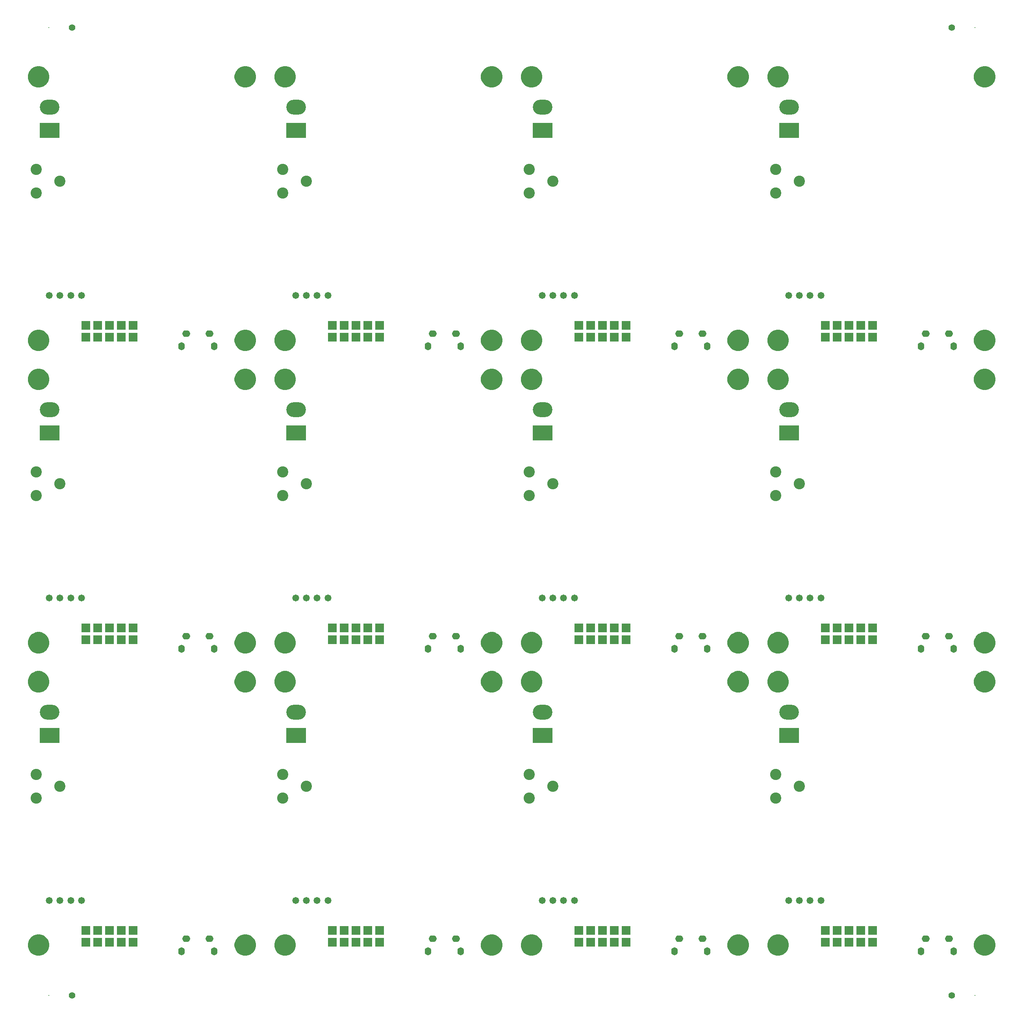
<source format=gbs>
%MOIN*%
%OFA0B0*%
%FSLAX44Y44*%
%IPPOS*%
%LPD*%
%ADD14C,0.055244094488188983*%
%ADD15C,0.008*%
%ADD26C,0.055244094488188983*%
%ADD27C,0.008*%
%ADD28R,0.074929133858267716X0.074929133858267716*%
%ADD29C,0.094614173228346463*%
%ADD30R,0.16548031496062993X0.12611023622047243*%
%ADD31O,0.16548031496062993X0.12611023622047243*%
%ADD32C,0.12611023622047243*%
%ADD33O,0.055244094488188983X0.06705511811023622*%
%ADD34O,0.06705511811023622X0.055244094488188983*%
%ADD35C,0.058*%
%ADD36R,0.074929133858267716X0.074929133858267716*%
%ADD37C,0.094614173228346463*%
%ADD38R,0.16548031496062993X0.12611023622047243*%
%ADD39O,0.16548031496062993X0.12611023622047243*%
%ADD40C,0.12611023622047243*%
%ADD41O,0.055244094488188983X0.06705511811023622*%
%ADD42O,0.06705511811023622X0.055244094488188983*%
%ADD43C,0.058*%
%ADD44R,0.074929133858267716X0.074929133858267716*%
%ADD45C,0.094614173228346463*%
%ADD46R,0.16548031496062993X0.12611023622047243*%
%ADD47O,0.16548031496062993X0.12611023622047243*%
%ADD48C,0.12611023622047243*%
%ADD49O,0.055244094488188983X0.06705511811023622*%
%ADD50O,0.06705511811023622X0.055244094488188983*%
%ADD51C,0.058*%
%ADD52R,0.074929133858267716X0.074929133858267716*%
%ADD53C,0.094614173228346463*%
%ADD54R,0.16548031496062993X0.12611023622047243*%
%ADD55O,0.16548031496062993X0.12611023622047243*%
%ADD56C,0.12611023622047243*%
%ADD57O,0.055244094488188983X0.06705511811023622*%
%ADD58O,0.06705511811023622X0.055244094488188983*%
%ADD59C,0.058*%
%ADD60R,0.074929133858267716X0.074929133858267716*%
%ADD61C,0.094614173228346463*%
%ADD62R,0.16548031496062993X0.12611023622047243*%
%ADD63O,0.16548031496062993X0.12611023622047243*%
%ADD64C,0.12611023622047243*%
%ADD65O,0.055244094488188983X0.06705511811023622*%
%ADD66O,0.06705511811023622X0.055244094488188983*%
%ADD67C,0.058*%
%ADD68R,0.074929133858267716X0.074929133858267716*%
%ADD69C,0.094614173228346463*%
%ADD70R,0.16548031496062993X0.12611023622047243*%
%ADD71O,0.16548031496062993X0.12611023622047243*%
%ADD72C,0.12611023622047243*%
%ADD73O,0.055244094488188983X0.06705511811023622*%
%ADD74O,0.06705511811023622X0.055244094488188983*%
%ADD75C,0.058*%
%ADD76R,0.074929133858267716X0.074929133858267716*%
%ADD77C,0.094614173228346463*%
%ADD78R,0.16548031496062993X0.12611023622047243*%
%ADD79O,0.16548031496062993X0.12611023622047243*%
%ADD80C,0.12611023622047243*%
%ADD81O,0.055244094488188983X0.06705511811023622*%
%ADD82O,0.06705511811023622X0.055244094488188983*%
%ADD83C,0.058*%
%ADD84R,0.074929133858267716X0.074929133858267716*%
%ADD85C,0.094614173228346463*%
%ADD86R,0.16548031496062993X0.12611023622047243*%
%ADD87O,0.16548031496062993X0.12611023622047243*%
%ADD88C,0.12611023622047243*%
%ADD89O,0.055244094488188983X0.06705511811023622*%
%ADD90O,0.06705511811023622X0.055244094488188983*%
%ADD91C,0.058*%
%ADD92R,0.074929133858267716X0.074929133858267716*%
%ADD93C,0.094614173228346463*%
%ADD94R,0.16548031496062993X0.12611023622047243*%
%ADD95O,0.16548031496062993X0.12611023622047243*%
%ADD96C,0.12611023622047243*%
%ADD97O,0.055244094488188983X0.06705511811023622*%
%ADD98O,0.06705511811023622X0.055244094488188983*%
%ADD99C,0.058*%
%ADD100R,0.074929133858267716X0.074929133858267716*%
%ADD101C,0.094614173228346463*%
%ADD102R,0.16548031496062993X0.12611023622047243*%
%ADD103O,0.16548031496062993X0.12611023622047243*%
%ADD104C,0.12611023622047243*%
%ADD105O,0.055244094488188983X0.06705511811023622*%
%ADD106O,0.06705511811023622X0.055244094488188983*%
%ADD107C,0.058*%
%ADD108R,0.074929133858267716X0.074929133858267716*%
%ADD109C,0.094614173228346463*%
%ADD110R,0.16548031496062993X0.12611023622047243*%
%ADD111O,0.16548031496062993X0.12611023622047243*%
%ADD112C,0.12611023622047243*%
%ADD113O,0.055244094488188983X0.06705511811023622*%
%ADD114O,0.06705511811023622X0.055244094488188983*%
%ADD115C,0.058*%
%ADD116R,0.074929133858267716X0.074929133858267716*%
%ADD117C,0.094614173228346463*%
%ADD118R,0.16548031496062993X0.12611023622047243*%
%ADD119O,0.16548031496062993X0.12611023622047243*%
%ADD120C,0.12611023622047243*%
%ADD121O,0.055244094488188983X0.06705511811023622*%
%ADD122O,0.06705511811023622X0.055244094488188983*%
%ADD123C,0.058*%
G01*
G75*
D14*
X00003937Y00001968D02*
D03*
X00078409Y00001968D02*
D03*
D15*
X00080377Y00001968D02*
D03*
X00001968Y00001968D02*
D03*
G04 next file*
G04 Layer_Color=16711935*
G04 skipping 71
G01*
G75*
D26*
X00078409Y00083858D02*
D03*
X00003937Y00083858D02*
D03*
D27*
X00001968Y00083858D02*
D03*
X00080377Y00083858D02*
D03*
G04 next file*
G04 Layer_Color=16711935*
G04 skipping 71
G01*
G75*
G36*
X00018862Y00029381D02*
X00019027Y00029313D01*
X00019175Y00029214D01*
X00019301Y00029088D01*
X00019400Y00028940D01*
X00019469Y00028775D01*
X00019504Y00028600D01*
X00019504Y00028511D01*
X00019504Y00028421D01*
X00019469Y00028246D01*
X00019400Y00028082D01*
X00019301Y00027933D01*
X00019175Y00027807D01*
X00019027Y00027708D01*
X00018862Y00027640D01*
X00018687Y00027605D01*
X00018509Y00027605D01*
X00018334Y00027640D01*
X00018169Y00027708D01*
X00018021Y00027807D01*
X00017895Y00027933D01*
X00017795Y00028082D01*
X00017727Y00028246D01*
X00017692Y00028421D01*
X00017692Y00028511D01*
X00017692Y00028600D01*
X00017727Y00028775D01*
X00017795Y00028940D01*
X00017895Y00029088D01*
X00018021Y00029214D01*
X00018169Y00029313D01*
X00018334Y00029381D01*
X00018509Y00029416D01*
X00018687Y00029416D01*
X00018862Y00029381D01*
D02*
G37*
G36*
X00001366Y00029381D02*
X00001531Y00029313D01*
X00001679Y00029214D01*
X00001805Y00029088D01*
X00001904Y00028940D01*
X00001973Y00028775D01*
X00002007Y00028600D01*
X00002007Y00028511D01*
X00002007Y00028421D01*
X00001973Y00028246D01*
X00001904Y00028082D01*
X00001805Y00027933D01*
X00001679Y00027807D01*
X00001531Y00027708D01*
X00001366Y00027640D01*
X00001191Y00027605D01*
X00001013Y00027605D01*
X00000838Y00027640D01*
X00000673Y00027708D01*
X00000525Y00027807D01*
X00000398Y00027933D01*
X00000299Y00028082D01*
X00000231Y00028246D01*
X00000196Y00028421D01*
X00000196Y00028511D01*
X00000196Y00028600D01*
X00000231Y00028775D01*
X00000299Y00028940D01*
X00000398Y00029088D01*
X00000525Y00029214D01*
X00000673Y00029313D01*
X00000838Y00029381D01*
X00001013Y00029416D01*
X00001191Y00029416D01*
X00001366Y00029381D01*
D02*
G37*
G36*
X00018862Y00007091D02*
X00019027Y00007023D01*
X00019175Y00006923D01*
X00019301Y00006797D01*
X00019400Y00006649D01*
X00019469Y00006484D01*
X00019504Y00006309D01*
X00019504Y00006220D01*
X00019504Y00006131D01*
X00019469Y00005956D01*
X00019400Y00005791D01*
X00019301Y00005643D01*
X00019175Y00005517D01*
X00019027Y00005417D01*
X00018862Y00005349D01*
X00018687Y00005314D01*
X00018509Y00005314D01*
X00018334Y00005349D01*
X00018169Y00005417D01*
X00018021Y00005517D01*
X00017895Y00005643D01*
X00017795Y00005791D01*
X00017727Y00005956D01*
X00017692Y00006131D01*
X00017692Y00006220D01*
X00017692Y00006309D01*
X00017727Y00006484D01*
X00017795Y00006649D01*
X00017895Y00006797D01*
X00018021Y00006923D01*
X00018169Y00007023D01*
X00018334Y00007091D01*
X00018509Y00007126D01*
X00018687Y00007126D01*
X00018862Y00007091D01*
D02*
G37*
G36*
X00001366Y00007091D02*
X00001531Y00007023D01*
X00001679Y00006923D01*
X00001805Y00006797D01*
X00001904Y00006649D01*
X00001973Y00006484D01*
X00002007Y00006309D01*
X00002007Y00006220D01*
X00002007Y00006131D01*
X00001973Y00005956D01*
X00001904Y00005791D01*
X00001805Y00005643D01*
X00001679Y00005517D01*
X00001531Y00005417D01*
X00001366Y00005349D01*
X00001191Y00005314D01*
X00001013Y00005314D01*
X00000838Y00005349D01*
X00000673Y00005417D01*
X00000525Y00005517D01*
X00000398Y00005643D01*
X00000299Y00005791D01*
X00000231Y00005956D01*
X00000196Y00006131D01*
X00000196Y00006220D01*
X00000196Y00006309D01*
X00000231Y00006484D01*
X00000299Y00006649D01*
X00000398Y00006797D01*
X00000525Y00006923D01*
X00000673Y00007023D01*
X00000838Y00007091D01*
X00001013Y00007126D01*
X00001191Y00007126D01*
X00001366Y00007091D01*
D02*
G37*
D28*
X00006100Y00007468D02*
D03*
X00006100Y00006468D02*
D03*
X00008100Y00006468D02*
D03*
X00008100Y00007468D02*
D03*
X00007100Y00006468D02*
D03*
X00007100Y00007468D02*
D03*
X00009100Y00007468D02*
D03*
X00009100Y00006468D02*
D03*
X00005100Y00006468D02*
D03*
X00005100Y00007468D02*
D03*
D29*
X00000900Y00020668D02*
D03*
X00000900Y00018668D02*
D03*
X00002900Y00019668D02*
D03*
D30*
X00002050Y00023968D02*
D03*
D31*
X00002050Y00025936D02*
D03*
D32*
X00001102Y00028511D02*
D03*
X00018598Y00028511D02*
D03*
X00001102Y00006220D02*
D03*
X00018598Y00006220D02*
D03*
D33*
X00013213Y00005711D02*
D03*
X00015973Y00005711D02*
D03*
D34*
X00013613Y00006771D02*
D03*
X00015573Y00006771D02*
D03*
D35*
X00004739Y00010001D02*
D03*
X00003827Y00010001D02*
D03*
X00002914Y00010001D02*
D03*
X00002002Y00010001D02*
D03*
G04 next file*
G04 Layer_Color=16711935*
G04 skipping 71
G01*
G75*
G36*
X00039728Y00029381D02*
X00039893Y00029313D01*
X00040041Y00029214D01*
X00040167Y00029088D01*
X00040267Y00028940D01*
X00040335Y00028775D01*
X00040370Y00028600D01*
X00040370Y00028511D01*
X00040370Y00028421D01*
X00040335Y00028246D01*
X00040267Y00028082D01*
X00040167Y00027933D01*
X00040041Y00027807D01*
X00039893Y00027708D01*
X00039728Y00027640D01*
X00039553Y00027605D01*
X00039375Y00027605D01*
X00039200Y00027640D01*
X00039035Y00027708D01*
X00038887Y00027807D01*
X00038761Y00027933D01*
X00038662Y00028082D01*
X00038593Y00028246D01*
X00038558Y00028421D01*
X00038558Y00028511D01*
X00038558Y00028600D01*
X00038593Y00028775D01*
X00038662Y00028940D01*
X00038761Y00029088D01*
X00038887Y00029214D01*
X00039035Y00029313D01*
X00039200Y00029381D01*
X00039375Y00029416D01*
X00039553Y00029416D01*
X00039728Y00029381D01*
D02*
G37*
G36*
X00022232Y00029381D02*
X00022397Y00029313D01*
X00022545Y00029214D01*
X00022671Y00029088D01*
X00022771Y00028940D01*
X00022839Y00028775D01*
X00022874Y00028600D01*
X00022874Y00028511D01*
X00022874Y00028421D01*
X00022839Y00028246D01*
X00022771Y00028082D01*
X00022671Y00027933D01*
X00022545Y00027807D01*
X00022397Y00027708D01*
X00022232Y00027640D01*
X00022057Y00027605D01*
X00021879Y00027605D01*
X00021704Y00027640D01*
X00021539Y00027708D01*
X00021391Y00027807D01*
X00021265Y00027933D01*
X00021165Y00028082D01*
X00021097Y00028246D01*
X00021062Y00028421D01*
X00021062Y00028511D01*
X00021062Y00028600D01*
X00021097Y00028775D01*
X00021165Y00028940D01*
X00021265Y00029088D01*
X00021391Y00029214D01*
X00021539Y00029313D01*
X00021704Y00029381D01*
X00021879Y00029416D01*
X00022057Y00029416D01*
X00022232Y00029381D01*
D02*
G37*
G36*
X00039728Y00007091D02*
X00039893Y00007023D01*
X00040041Y00006923D01*
X00040167Y00006797D01*
X00040267Y00006649D01*
X00040335Y00006484D01*
X00040370Y00006309D01*
X00040370Y00006220D01*
X00040370Y00006131D01*
X00040335Y00005956D01*
X00040267Y00005791D01*
X00040167Y00005643D01*
X00040041Y00005517D01*
X00039893Y00005417D01*
X00039728Y00005349D01*
X00039553Y00005314D01*
X00039375Y00005314D01*
X00039200Y00005349D01*
X00039035Y00005417D01*
X00038887Y00005517D01*
X00038761Y00005643D01*
X00038662Y00005791D01*
X00038593Y00005956D01*
X00038558Y00006131D01*
X00038558Y00006220D01*
X00038558Y00006309D01*
X00038593Y00006484D01*
X00038662Y00006649D01*
X00038761Y00006797D01*
X00038887Y00006923D01*
X00039035Y00007023D01*
X00039200Y00007091D01*
X00039375Y00007126D01*
X00039553Y00007126D01*
X00039728Y00007091D01*
D02*
G37*
G36*
X00022232Y00007091D02*
X00022397Y00007023D01*
X00022545Y00006923D01*
X00022671Y00006797D01*
X00022771Y00006649D01*
X00022839Y00006484D01*
X00022874Y00006309D01*
X00022874Y00006220D01*
X00022874Y00006131D01*
X00022839Y00005956D01*
X00022771Y00005791D01*
X00022671Y00005643D01*
X00022545Y00005517D01*
X00022397Y00005417D01*
X00022232Y00005349D01*
X00022057Y00005314D01*
X00021879Y00005314D01*
X00021704Y00005349D01*
X00021539Y00005417D01*
X00021391Y00005517D01*
X00021265Y00005643D01*
X00021165Y00005791D01*
X00021097Y00005956D01*
X00021062Y00006131D01*
X00021062Y00006220D01*
X00021062Y00006309D01*
X00021097Y00006484D01*
X00021165Y00006649D01*
X00021265Y00006797D01*
X00021391Y00006923D01*
X00021539Y00007023D01*
X00021704Y00007091D01*
X00021879Y00007126D01*
X00022057Y00007126D01*
X00022232Y00007091D01*
D02*
G37*
D36*
X00026966Y00007468D02*
D03*
X00026966Y00006468D02*
D03*
X00028966Y00006468D02*
D03*
X00028966Y00007468D02*
D03*
X00027966Y00006468D02*
D03*
X00027966Y00007468D02*
D03*
X00029966Y00007468D02*
D03*
X00029966Y00006468D02*
D03*
X00025966Y00006468D02*
D03*
X00025966Y00007468D02*
D03*
D37*
X00021766Y00020668D02*
D03*
X00021766Y00018668D02*
D03*
X00023766Y00019668D02*
D03*
D38*
X00022916Y00023968D02*
D03*
D39*
X00022916Y00025936D02*
D03*
D40*
X00021968Y00028511D02*
D03*
X00039464Y00028511D02*
D03*
X00021968Y00006220D02*
D03*
X00039464Y00006220D02*
D03*
D41*
X00034079Y00005711D02*
D03*
X00036839Y00005711D02*
D03*
D42*
X00034479Y00006771D02*
D03*
X00036439Y00006771D02*
D03*
D43*
X00025605Y00010001D02*
D03*
X00024693Y00010001D02*
D03*
X00023781Y00010001D02*
D03*
X00022868Y00010001D02*
D03*
G04 next file*
G04 Layer_Color=16711935*
G04 skipping 71
G01*
G75*
G36*
X00060594Y00029381D02*
X00060759Y00029313D01*
X00060907Y00029214D01*
X00061034Y00029088D01*
X00061133Y00028940D01*
X00061201Y00028775D01*
X00061236Y00028600D01*
X00061236Y00028511D01*
X00061236Y00028421D01*
X00061201Y00028246D01*
X00061133Y00028082D01*
X00061034Y00027933D01*
X00060907Y00027807D01*
X00060759Y00027708D01*
X00060594Y00027640D01*
X00060419Y00027605D01*
X00060241Y00027605D01*
X00060066Y00027640D01*
X00059901Y00027708D01*
X00059753Y00027807D01*
X00059627Y00027933D01*
X00059528Y00028082D01*
X00059459Y00028246D01*
X00059425Y00028421D01*
X00059425Y00028511D01*
X00059425Y00028600D01*
X00059459Y00028775D01*
X00059528Y00028940D01*
X00059627Y00029088D01*
X00059753Y00029214D01*
X00059901Y00029313D01*
X00060066Y00029381D01*
X00060241Y00029416D01*
X00060419Y00029416D01*
X00060594Y00029381D01*
D02*
G37*
G36*
X00043098Y00029381D02*
X00043263Y00029313D01*
X00043411Y00029214D01*
X00043538Y00029088D01*
X00043637Y00028940D01*
X00043705Y00028775D01*
X00043740Y00028600D01*
X00043740Y00028511D01*
X00043740Y00028421D01*
X00043705Y00028246D01*
X00043637Y00028082D01*
X00043538Y00027933D01*
X00043411Y00027807D01*
X00043263Y00027708D01*
X00043098Y00027640D01*
X00042923Y00027605D01*
X00042745Y00027605D01*
X00042570Y00027640D01*
X00042405Y00027708D01*
X00042257Y00027807D01*
X00042131Y00027933D01*
X00042032Y00028082D01*
X00041963Y00028246D01*
X00041929Y00028421D01*
X00041929Y00028511D01*
X00041929Y00028600D01*
X00041963Y00028775D01*
X00042032Y00028940D01*
X00042131Y00029088D01*
X00042257Y00029214D01*
X00042405Y00029313D01*
X00042570Y00029381D01*
X00042745Y00029416D01*
X00042923Y00029416D01*
X00043098Y00029381D01*
D02*
G37*
G36*
X00060594Y00007091D02*
X00060759Y00007023D01*
X00060907Y00006923D01*
X00061034Y00006797D01*
X00061133Y00006649D01*
X00061201Y00006484D01*
X00061236Y00006309D01*
X00061236Y00006220D01*
X00061236Y00006131D01*
X00061201Y00005956D01*
X00061133Y00005791D01*
X00061034Y00005643D01*
X00060907Y00005517D01*
X00060759Y00005417D01*
X00060594Y00005349D01*
X00060419Y00005314D01*
X00060241Y00005314D01*
X00060066Y00005349D01*
X00059901Y00005417D01*
X00059753Y00005517D01*
X00059627Y00005643D01*
X00059528Y00005791D01*
X00059459Y00005956D01*
X00059425Y00006131D01*
X00059425Y00006220D01*
X00059425Y00006309D01*
X00059459Y00006484D01*
X00059528Y00006649D01*
X00059627Y00006797D01*
X00059753Y00006923D01*
X00059901Y00007023D01*
X00060066Y00007091D01*
X00060241Y00007126D01*
X00060419Y00007126D01*
X00060594Y00007091D01*
D02*
G37*
G36*
X00043098Y00007091D02*
X00043263Y00007023D01*
X00043411Y00006923D01*
X00043538Y00006797D01*
X00043637Y00006649D01*
X00043705Y00006484D01*
X00043740Y00006309D01*
X00043740Y00006220D01*
X00043740Y00006131D01*
X00043705Y00005956D01*
X00043637Y00005791D01*
X00043538Y00005643D01*
X00043411Y00005517D01*
X00043263Y00005417D01*
X00043098Y00005349D01*
X00042923Y00005314D01*
X00042745Y00005314D01*
X00042570Y00005349D01*
X00042405Y00005417D01*
X00042257Y00005517D01*
X00042131Y00005643D01*
X00042032Y00005791D01*
X00041963Y00005956D01*
X00041929Y00006131D01*
X00041929Y00006220D01*
X00041929Y00006309D01*
X00041963Y00006484D01*
X00042032Y00006649D01*
X00042131Y00006797D01*
X00042257Y00006923D01*
X00042405Y00007023D01*
X00042570Y00007091D01*
X00042745Y00007126D01*
X00042923Y00007126D01*
X00043098Y00007091D01*
D02*
G37*
D44*
X00047832Y00007468D02*
D03*
X00047832Y00006468D02*
D03*
X00049832Y00006468D02*
D03*
X00049832Y00007468D02*
D03*
X00048832Y00006468D02*
D03*
X00048832Y00007468D02*
D03*
X00050832Y00007468D02*
D03*
X00050832Y00006468D02*
D03*
X00046832Y00006468D02*
D03*
X00046832Y00007468D02*
D03*
D45*
X00042632Y00020668D02*
D03*
X00042632Y00018668D02*
D03*
X00044632Y00019668D02*
D03*
D46*
X00043782Y00023968D02*
D03*
D47*
X00043782Y00025936D02*
D03*
D48*
X00042834Y00028511D02*
D03*
X00060330Y00028511D02*
D03*
X00042834Y00006220D02*
D03*
X00060330Y00006220D02*
D03*
D49*
X00054945Y00005711D02*
D03*
X00057705Y00005711D02*
D03*
D50*
X00055345Y00006771D02*
D03*
X00057305Y00006771D02*
D03*
D51*
X00046471Y00010001D02*
D03*
X00045559Y00010001D02*
D03*
X00044647Y00010001D02*
D03*
X00043735Y00010001D02*
D03*
G04 next file*
G04 Layer_Color=16711935*
G04 skipping 71
G01*
G75*
G36*
X00081461Y00029381D02*
X00081625Y00029313D01*
X00081774Y00029214D01*
X00081900Y00029088D01*
X00081999Y00028940D01*
X00082067Y00028775D01*
X00082102Y00028600D01*
X00082102Y00028511D01*
X00082102Y00028421D01*
X00082067Y00028246D01*
X00081999Y00028082D01*
X00081900Y00027933D01*
X00081774Y00027807D01*
X00081625Y00027708D01*
X00081461Y00027640D01*
X00081286Y00027605D01*
X00081107Y00027605D01*
X00080932Y00027640D01*
X00080767Y00027708D01*
X00080619Y00027807D01*
X00080493Y00027933D01*
X00080394Y00028082D01*
X00080326Y00028246D01*
X00080291Y00028421D01*
X00080291Y00028511D01*
X00080291Y00028600D01*
X00080326Y00028775D01*
X00080394Y00028940D01*
X00080493Y00029088D01*
X00080619Y00029214D01*
X00080767Y00029313D01*
X00080932Y00029381D01*
X00081107Y00029416D01*
X00081286Y00029416D01*
X00081461Y00029381D01*
D02*
G37*
G36*
X00063964Y00029381D02*
X00064129Y00029313D01*
X00064278Y00029214D01*
X00064404Y00029088D01*
X00064503Y00028940D01*
X00064571Y00028775D01*
X00064606Y00028600D01*
X00064606Y00028511D01*
X00064606Y00028421D01*
X00064571Y00028246D01*
X00064503Y00028082D01*
X00064404Y00027933D01*
X00064278Y00027807D01*
X00064129Y00027708D01*
X00063964Y00027640D01*
X00063790Y00027605D01*
X00063611Y00027605D01*
X00063436Y00027640D01*
X00063271Y00027708D01*
X00063123Y00027807D01*
X00062997Y00027933D01*
X00062898Y00028082D01*
X00062829Y00028246D01*
X00062795Y00028421D01*
X00062795Y00028511D01*
X00062795Y00028600D01*
X00062829Y00028775D01*
X00062898Y00028940D01*
X00062997Y00029088D01*
X00063123Y00029214D01*
X00063271Y00029313D01*
X00063436Y00029381D01*
X00063611Y00029416D01*
X00063790Y00029416D01*
X00063964Y00029381D01*
D02*
G37*
G36*
X00081461Y00007091D02*
X00081625Y00007023D01*
X00081774Y00006923D01*
X00081900Y00006797D01*
X00081999Y00006649D01*
X00082067Y00006484D01*
X00082102Y00006309D01*
X00082102Y00006220D01*
X00082102Y00006131D01*
X00082067Y00005956D01*
X00081999Y00005791D01*
X00081900Y00005643D01*
X00081774Y00005517D01*
X00081625Y00005417D01*
X00081461Y00005349D01*
X00081286Y00005314D01*
X00081107Y00005314D01*
X00080932Y00005349D01*
X00080767Y00005417D01*
X00080619Y00005517D01*
X00080493Y00005643D01*
X00080394Y00005791D01*
X00080326Y00005956D01*
X00080291Y00006131D01*
X00080291Y00006220D01*
X00080291Y00006309D01*
X00080326Y00006484D01*
X00080394Y00006649D01*
X00080493Y00006797D01*
X00080619Y00006923D01*
X00080767Y00007023D01*
X00080932Y00007091D01*
X00081107Y00007126D01*
X00081286Y00007126D01*
X00081461Y00007091D01*
D02*
G37*
G36*
X00063964Y00007091D02*
X00064129Y00007023D01*
X00064278Y00006923D01*
X00064404Y00006797D01*
X00064503Y00006649D01*
X00064571Y00006484D01*
X00064606Y00006309D01*
X00064606Y00006220D01*
X00064606Y00006131D01*
X00064571Y00005956D01*
X00064503Y00005791D01*
X00064404Y00005643D01*
X00064278Y00005517D01*
X00064129Y00005417D01*
X00063964Y00005349D01*
X00063790Y00005314D01*
X00063611Y00005314D01*
X00063436Y00005349D01*
X00063271Y00005417D01*
X00063123Y00005517D01*
X00062997Y00005643D01*
X00062898Y00005791D01*
X00062829Y00005956D01*
X00062795Y00006131D01*
X00062795Y00006220D01*
X00062795Y00006309D01*
X00062829Y00006484D01*
X00062898Y00006649D01*
X00062997Y00006797D01*
X00063123Y00006923D01*
X00063271Y00007023D01*
X00063436Y00007091D01*
X00063611Y00007126D01*
X00063790Y00007126D01*
X00063964Y00007091D01*
D02*
G37*
D52*
X00068698Y00007468D02*
D03*
X00068698Y00006468D02*
D03*
X00070698Y00006468D02*
D03*
X00070698Y00007468D02*
D03*
X00069698Y00006468D02*
D03*
X00069698Y00007468D02*
D03*
X00071698Y00007468D02*
D03*
X00071698Y00006468D02*
D03*
X00067698Y00006468D02*
D03*
X00067698Y00007468D02*
D03*
D53*
X00063498Y00020668D02*
D03*
X00063498Y00018668D02*
D03*
X00065498Y00019668D02*
D03*
D54*
X00064648Y00023968D02*
D03*
D55*
X00064648Y00025936D02*
D03*
D56*
X00063700Y00028511D02*
D03*
X00081196Y00028511D02*
D03*
X00063700Y00006220D02*
D03*
X00081196Y00006220D02*
D03*
D57*
X00075811Y00005711D02*
D03*
X00078571Y00005711D02*
D03*
D58*
X00076211Y00006771D02*
D03*
X00078171Y00006771D02*
D03*
D59*
X00067337Y00010001D02*
D03*
X00066425Y00010001D02*
D03*
X00065513Y00010001D02*
D03*
X00064601Y00010001D02*
D03*
G04 next file*
G04 Layer_Color=16711935*
G04 skipping 71
G01*
G75*
G36*
X00018862Y00054972D02*
X00019027Y00054904D01*
X00019175Y00054805D01*
X00019301Y00054678D01*
X00019400Y00054530D01*
X00019469Y00054365D01*
X00019504Y00054190D01*
X00019504Y00054101D01*
X00019504Y00054012D01*
X00019469Y00053837D01*
X00019400Y00053672D01*
X00019301Y00053524D01*
X00019175Y00053398D01*
X00019027Y00053299D01*
X00018862Y00053230D01*
X00018687Y00053195D01*
X00018509Y00053195D01*
X00018334Y00053230D01*
X00018169Y00053299D01*
X00018021Y00053398D01*
X00017895Y00053524D01*
X00017795Y00053672D01*
X00017727Y00053837D01*
X00017692Y00054012D01*
X00017692Y00054101D01*
X00017692Y00054190D01*
X00017727Y00054365D01*
X00017795Y00054530D01*
X00017895Y00054678D01*
X00018021Y00054805D01*
X00018169Y00054904D01*
X00018334Y00054972D01*
X00018509Y00055007D01*
X00018687Y00055007D01*
X00018862Y00054972D01*
D02*
G37*
G36*
X00001366Y00054972D02*
X00001531Y00054904D01*
X00001679Y00054805D01*
X00001805Y00054678D01*
X00001904Y00054530D01*
X00001973Y00054365D01*
X00002007Y00054190D01*
X00002007Y00054101D01*
X00002007Y00054012D01*
X00001973Y00053837D01*
X00001904Y00053672D01*
X00001805Y00053524D01*
X00001679Y00053398D01*
X00001531Y00053299D01*
X00001366Y00053230D01*
X00001191Y00053195D01*
X00001013Y00053195D01*
X00000838Y00053230D01*
X00000673Y00053299D01*
X00000525Y00053398D01*
X00000398Y00053524D01*
X00000299Y00053672D01*
X00000231Y00053837D01*
X00000196Y00054012D01*
X00000196Y00054101D01*
X00000196Y00054190D01*
X00000231Y00054365D01*
X00000299Y00054530D01*
X00000398Y00054678D01*
X00000525Y00054805D01*
X00000673Y00054904D01*
X00000838Y00054972D01*
X00001013Y00055007D01*
X00001191Y00055007D01*
X00001366Y00054972D01*
D02*
G37*
G36*
X00018862Y00032681D02*
X00019027Y00032613D01*
X00019175Y00032514D01*
X00019301Y00032388D01*
X00019400Y00032240D01*
X00019469Y00032075D01*
X00019504Y00031900D01*
X00019504Y00031811D01*
X00019504Y00031721D01*
X00019469Y00031546D01*
X00019400Y00031382D01*
X00019301Y00031233D01*
X00019175Y00031107D01*
X00019027Y00031008D01*
X00018862Y00030940D01*
X00018687Y00030905D01*
X00018509Y00030905D01*
X00018334Y00030940D01*
X00018169Y00031008D01*
X00018021Y00031107D01*
X00017895Y00031233D01*
X00017795Y00031382D01*
X00017727Y00031546D01*
X00017692Y00031721D01*
X00017692Y00031811D01*
X00017692Y00031900D01*
X00017727Y00032075D01*
X00017795Y00032240D01*
X00017895Y00032388D01*
X00018021Y00032514D01*
X00018169Y00032613D01*
X00018334Y00032681D01*
X00018509Y00032716D01*
X00018687Y00032716D01*
X00018862Y00032681D01*
D02*
G37*
G36*
X00001366Y00032681D02*
X00001531Y00032613D01*
X00001679Y00032514D01*
X00001805Y00032388D01*
X00001904Y00032240D01*
X00001973Y00032075D01*
X00002007Y00031900D01*
X00002007Y00031811D01*
X00002007Y00031721D01*
X00001973Y00031546D01*
X00001904Y00031382D01*
X00001805Y00031233D01*
X00001679Y00031107D01*
X00001531Y00031008D01*
X00001366Y00030940D01*
X00001191Y00030905D01*
X00001013Y00030905D01*
X00000838Y00030940D01*
X00000673Y00031008D01*
X00000525Y00031107D01*
X00000398Y00031233D01*
X00000299Y00031382D01*
X00000231Y00031546D01*
X00000196Y00031721D01*
X00000196Y00031811D01*
X00000196Y00031900D01*
X00000231Y00032075D01*
X00000299Y00032240D01*
X00000398Y00032388D01*
X00000525Y00032514D01*
X00000673Y00032613D01*
X00000838Y00032681D01*
X00001013Y00032716D01*
X00001191Y00032716D01*
X00001366Y00032681D01*
D02*
G37*
D60*
X00006100Y00033058D02*
D03*
X00006100Y00032058D02*
D03*
X00008100Y00032058D02*
D03*
X00008100Y00033058D02*
D03*
X00007100Y00032058D02*
D03*
X00007100Y00033058D02*
D03*
X00009100Y00033058D02*
D03*
X00009100Y00032058D02*
D03*
X00005100Y00032058D02*
D03*
X00005100Y00033058D02*
D03*
D61*
X00000900Y00046258D02*
D03*
X00000900Y00044258D02*
D03*
X00002900Y00045258D02*
D03*
D62*
X00002050Y00049558D02*
D03*
D63*
X00002050Y00051527D02*
D03*
D64*
X00001102Y00054101D02*
D03*
X00018598Y00054101D02*
D03*
X00001102Y00031811D02*
D03*
X00018598Y00031811D02*
D03*
D65*
X00013213Y00031301D02*
D03*
X00015973Y00031301D02*
D03*
D66*
X00013613Y00032361D02*
D03*
X00015573Y00032361D02*
D03*
D67*
X00004739Y00035592D02*
D03*
X00003827Y00035592D02*
D03*
X00002914Y00035592D02*
D03*
X00002002Y00035592D02*
D03*
G04 next file*
G04 Layer_Color=16711935*
G04 skipping 71
G01*
G75*
G36*
X00039728Y00054972D02*
X00039893Y00054904D01*
X00040041Y00054805D01*
X00040167Y00054678D01*
X00040267Y00054530D01*
X00040335Y00054365D01*
X00040370Y00054190D01*
X00040370Y00054101D01*
X00040370Y00054012D01*
X00040335Y00053837D01*
X00040267Y00053672D01*
X00040167Y00053524D01*
X00040041Y00053398D01*
X00039893Y00053299D01*
X00039728Y00053230D01*
X00039553Y00053195D01*
X00039375Y00053195D01*
X00039200Y00053230D01*
X00039035Y00053299D01*
X00038887Y00053398D01*
X00038761Y00053524D01*
X00038662Y00053672D01*
X00038593Y00053837D01*
X00038558Y00054012D01*
X00038558Y00054101D01*
X00038558Y00054190D01*
X00038593Y00054365D01*
X00038662Y00054530D01*
X00038761Y00054678D01*
X00038887Y00054805D01*
X00039035Y00054904D01*
X00039200Y00054972D01*
X00039375Y00055007D01*
X00039553Y00055007D01*
X00039728Y00054972D01*
D02*
G37*
G36*
X00022232Y00054972D02*
X00022397Y00054904D01*
X00022545Y00054805D01*
X00022671Y00054678D01*
X00022771Y00054530D01*
X00022839Y00054365D01*
X00022874Y00054190D01*
X00022874Y00054101D01*
X00022874Y00054012D01*
X00022839Y00053837D01*
X00022771Y00053672D01*
X00022671Y00053524D01*
X00022545Y00053398D01*
X00022397Y00053299D01*
X00022232Y00053230D01*
X00022057Y00053195D01*
X00021879Y00053195D01*
X00021704Y00053230D01*
X00021539Y00053299D01*
X00021391Y00053398D01*
X00021265Y00053524D01*
X00021165Y00053672D01*
X00021097Y00053837D01*
X00021062Y00054012D01*
X00021062Y00054101D01*
X00021062Y00054190D01*
X00021097Y00054365D01*
X00021165Y00054530D01*
X00021265Y00054678D01*
X00021391Y00054805D01*
X00021539Y00054904D01*
X00021704Y00054972D01*
X00021879Y00055007D01*
X00022057Y00055007D01*
X00022232Y00054972D01*
D02*
G37*
G36*
X00039728Y00032681D02*
X00039893Y00032613D01*
X00040041Y00032514D01*
X00040167Y00032388D01*
X00040267Y00032240D01*
X00040335Y00032075D01*
X00040370Y00031900D01*
X00040370Y00031811D01*
X00040370Y00031721D01*
X00040335Y00031546D01*
X00040267Y00031382D01*
X00040167Y00031233D01*
X00040041Y00031107D01*
X00039893Y00031008D01*
X00039728Y00030940D01*
X00039553Y00030905D01*
X00039375Y00030905D01*
X00039200Y00030940D01*
X00039035Y00031008D01*
X00038887Y00031107D01*
X00038761Y00031233D01*
X00038662Y00031382D01*
X00038593Y00031546D01*
X00038558Y00031721D01*
X00038558Y00031811D01*
X00038558Y00031900D01*
X00038593Y00032075D01*
X00038662Y00032240D01*
X00038761Y00032388D01*
X00038887Y00032514D01*
X00039035Y00032613D01*
X00039200Y00032681D01*
X00039375Y00032716D01*
X00039553Y00032716D01*
X00039728Y00032681D01*
D02*
G37*
G36*
X00022232Y00032681D02*
X00022397Y00032613D01*
X00022545Y00032514D01*
X00022671Y00032388D01*
X00022771Y00032240D01*
X00022839Y00032075D01*
X00022874Y00031900D01*
X00022874Y00031811D01*
X00022874Y00031721D01*
X00022839Y00031546D01*
X00022771Y00031382D01*
X00022671Y00031233D01*
X00022545Y00031107D01*
X00022397Y00031008D01*
X00022232Y00030940D01*
X00022057Y00030905D01*
X00021879Y00030905D01*
X00021704Y00030940D01*
X00021539Y00031008D01*
X00021391Y00031107D01*
X00021265Y00031233D01*
X00021165Y00031382D01*
X00021097Y00031546D01*
X00021062Y00031721D01*
X00021062Y00031811D01*
X00021062Y00031900D01*
X00021097Y00032075D01*
X00021165Y00032240D01*
X00021265Y00032388D01*
X00021391Y00032514D01*
X00021539Y00032613D01*
X00021704Y00032681D01*
X00021879Y00032716D01*
X00022057Y00032716D01*
X00022232Y00032681D01*
D02*
G37*
D68*
X00026966Y00033058D02*
D03*
X00026966Y00032058D02*
D03*
X00028966Y00032058D02*
D03*
X00028966Y00033058D02*
D03*
X00027966Y00032058D02*
D03*
X00027966Y00033058D02*
D03*
X00029966Y00033058D02*
D03*
X00029966Y00032058D02*
D03*
X00025966Y00032058D02*
D03*
X00025966Y00033058D02*
D03*
D69*
X00021766Y00046258D02*
D03*
X00021766Y00044258D02*
D03*
X00023766Y00045258D02*
D03*
D70*
X00022916Y00049558D02*
D03*
D71*
X00022916Y00051527D02*
D03*
D72*
X00021968Y00054101D02*
D03*
X00039464Y00054101D02*
D03*
X00021968Y00031811D02*
D03*
X00039464Y00031811D02*
D03*
D73*
X00034079Y00031301D02*
D03*
X00036839Y00031301D02*
D03*
D74*
X00034479Y00032361D02*
D03*
X00036439Y00032361D02*
D03*
D75*
X00025605Y00035592D02*
D03*
X00024693Y00035592D02*
D03*
X00023781Y00035592D02*
D03*
X00022868Y00035592D02*
D03*
G04 next file*
G04 Layer_Color=16711935*
G04 skipping 71
G01*
G75*
G36*
X00060594Y00054972D02*
X00060759Y00054904D01*
X00060907Y00054805D01*
X00061034Y00054678D01*
X00061133Y00054530D01*
X00061201Y00054365D01*
X00061236Y00054190D01*
X00061236Y00054101D01*
X00061236Y00054012D01*
X00061201Y00053837D01*
X00061133Y00053672D01*
X00061034Y00053524D01*
X00060907Y00053398D01*
X00060759Y00053299D01*
X00060594Y00053230D01*
X00060419Y00053195D01*
X00060241Y00053195D01*
X00060066Y00053230D01*
X00059901Y00053299D01*
X00059753Y00053398D01*
X00059627Y00053524D01*
X00059528Y00053672D01*
X00059459Y00053837D01*
X00059425Y00054012D01*
X00059425Y00054101D01*
X00059425Y00054190D01*
X00059459Y00054365D01*
X00059528Y00054530D01*
X00059627Y00054678D01*
X00059753Y00054805D01*
X00059901Y00054904D01*
X00060066Y00054972D01*
X00060241Y00055007D01*
X00060419Y00055007D01*
X00060594Y00054972D01*
D02*
G37*
G36*
X00043098Y00054972D02*
X00043263Y00054904D01*
X00043411Y00054805D01*
X00043538Y00054678D01*
X00043637Y00054530D01*
X00043705Y00054365D01*
X00043740Y00054190D01*
X00043740Y00054101D01*
X00043740Y00054012D01*
X00043705Y00053837D01*
X00043637Y00053672D01*
X00043538Y00053524D01*
X00043411Y00053398D01*
X00043263Y00053299D01*
X00043098Y00053230D01*
X00042923Y00053195D01*
X00042745Y00053195D01*
X00042570Y00053230D01*
X00042405Y00053299D01*
X00042257Y00053398D01*
X00042131Y00053524D01*
X00042032Y00053672D01*
X00041963Y00053837D01*
X00041929Y00054012D01*
X00041929Y00054101D01*
X00041929Y00054190D01*
X00041963Y00054365D01*
X00042032Y00054530D01*
X00042131Y00054678D01*
X00042257Y00054805D01*
X00042405Y00054904D01*
X00042570Y00054972D01*
X00042745Y00055007D01*
X00042923Y00055007D01*
X00043098Y00054972D01*
D02*
G37*
G36*
X00060594Y00032681D02*
X00060759Y00032613D01*
X00060907Y00032514D01*
X00061034Y00032388D01*
X00061133Y00032240D01*
X00061201Y00032075D01*
X00061236Y00031900D01*
X00061236Y00031811D01*
X00061236Y00031721D01*
X00061201Y00031546D01*
X00061133Y00031382D01*
X00061034Y00031233D01*
X00060907Y00031107D01*
X00060759Y00031008D01*
X00060594Y00030940D01*
X00060419Y00030905D01*
X00060241Y00030905D01*
X00060066Y00030940D01*
X00059901Y00031008D01*
X00059753Y00031107D01*
X00059627Y00031233D01*
X00059528Y00031382D01*
X00059459Y00031546D01*
X00059425Y00031721D01*
X00059425Y00031811D01*
X00059425Y00031900D01*
X00059459Y00032075D01*
X00059528Y00032240D01*
X00059627Y00032388D01*
X00059753Y00032514D01*
X00059901Y00032613D01*
X00060066Y00032681D01*
X00060241Y00032716D01*
X00060419Y00032716D01*
X00060594Y00032681D01*
D02*
G37*
G36*
X00043098Y00032681D02*
X00043263Y00032613D01*
X00043411Y00032514D01*
X00043538Y00032388D01*
X00043637Y00032240D01*
X00043705Y00032075D01*
X00043740Y00031900D01*
X00043740Y00031811D01*
X00043740Y00031721D01*
X00043705Y00031546D01*
X00043637Y00031382D01*
X00043538Y00031233D01*
X00043411Y00031107D01*
X00043263Y00031008D01*
X00043098Y00030940D01*
X00042923Y00030905D01*
X00042745Y00030905D01*
X00042570Y00030940D01*
X00042405Y00031008D01*
X00042257Y00031107D01*
X00042131Y00031233D01*
X00042032Y00031382D01*
X00041963Y00031546D01*
X00041929Y00031721D01*
X00041929Y00031811D01*
X00041929Y00031900D01*
X00041963Y00032075D01*
X00042032Y00032240D01*
X00042131Y00032388D01*
X00042257Y00032514D01*
X00042405Y00032613D01*
X00042570Y00032681D01*
X00042745Y00032716D01*
X00042923Y00032716D01*
X00043098Y00032681D01*
D02*
G37*
D76*
X00047832Y00033058D02*
D03*
X00047832Y00032058D02*
D03*
X00049832Y00032058D02*
D03*
X00049832Y00033058D02*
D03*
X00048832Y00032058D02*
D03*
X00048832Y00033058D02*
D03*
X00050832Y00033058D02*
D03*
X00050832Y00032058D02*
D03*
X00046832Y00032058D02*
D03*
X00046832Y00033058D02*
D03*
D77*
X00042632Y00046258D02*
D03*
X00042632Y00044258D02*
D03*
X00044632Y00045258D02*
D03*
D78*
X00043782Y00049558D02*
D03*
D79*
X00043782Y00051527D02*
D03*
D80*
X00042834Y00054101D02*
D03*
X00060330Y00054101D02*
D03*
X00042834Y00031811D02*
D03*
X00060330Y00031811D02*
D03*
D81*
X00054945Y00031301D02*
D03*
X00057705Y00031301D02*
D03*
D82*
X00055345Y00032361D02*
D03*
X00057305Y00032361D02*
D03*
D83*
X00046471Y00035592D02*
D03*
X00045559Y00035592D02*
D03*
X00044647Y00035592D02*
D03*
X00043735Y00035592D02*
D03*
G04 next file*
G04 Layer_Color=16711935*
G04 skipping 71
G01*
G75*
G36*
X00081461Y00054972D02*
X00081625Y00054904D01*
X00081774Y00054805D01*
X00081900Y00054678D01*
X00081999Y00054530D01*
X00082067Y00054365D01*
X00082102Y00054190D01*
X00082102Y00054101D01*
X00082102Y00054012D01*
X00082067Y00053837D01*
X00081999Y00053672D01*
X00081900Y00053524D01*
X00081774Y00053398D01*
X00081625Y00053299D01*
X00081461Y00053230D01*
X00081286Y00053195D01*
X00081107Y00053195D01*
X00080932Y00053230D01*
X00080767Y00053299D01*
X00080619Y00053398D01*
X00080493Y00053524D01*
X00080394Y00053672D01*
X00080326Y00053837D01*
X00080291Y00054012D01*
X00080291Y00054101D01*
X00080291Y00054190D01*
X00080326Y00054365D01*
X00080394Y00054530D01*
X00080493Y00054678D01*
X00080619Y00054805D01*
X00080767Y00054904D01*
X00080932Y00054972D01*
X00081107Y00055007D01*
X00081286Y00055007D01*
X00081461Y00054972D01*
D02*
G37*
G36*
X00063964Y00054972D02*
X00064129Y00054904D01*
X00064278Y00054805D01*
X00064404Y00054678D01*
X00064503Y00054530D01*
X00064571Y00054365D01*
X00064606Y00054190D01*
X00064606Y00054101D01*
X00064606Y00054012D01*
X00064571Y00053837D01*
X00064503Y00053672D01*
X00064404Y00053524D01*
X00064278Y00053398D01*
X00064129Y00053299D01*
X00063964Y00053230D01*
X00063790Y00053195D01*
X00063611Y00053195D01*
X00063436Y00053230D01*
X00063271Y00053299D01*
X00063123Y00053398D01*
X00062997Y00053524D01*
X00062898Y00053672D01*
X00062829Y00053837D01*
X00062795Y00054012D01*
X00062795Y00054101D01*
X00062795Y00054190D01*
X00062829Y00054365D01*
X00062898Y00054530D01*
X00062997Y00054678D01*
X00063123Y00054805D01*
X00063271Y00054904D01*
X00063436Y00054972D01*
X00063611Y00055007D01*
X00063790Y00055007D01*
X00063964Y00054972D01*
D02*
G37*
G36*
X00081461Y00032681D02*
X00081625Y00032613D01*
X00081774Y00032514D01*
X00081900Y00032388D01*
X00081999Y00032240D01*
X00082067Y00032075D01*
X00082102Y00031900D01*
X00082102Y00031811D01*
X00082102Y00031721D01*
X00082067Y00031546D01*
X00081999Y00031382D01*
X00081900Y00031233D01*
X00081774Y00031107D01*
X00081625Y00031008D01*
X00081461Y00030940D01*
X00081286Y00030905D01*
X00081107Y00030905D01*
X00080932Y00030940D01*
X00080767Y00031008D01*
X00080619Y00031107D01*
X00080493Y00031233D01*
X00080394Y00031382D01*
X00080326Y00031546D01*
X00080291Y00031721D01*
X00080291Y00031811D01*
X00080291Y00031900D01*
X00080326Y00032075D01*
X00080394Y00032240D01*
X00080493Y00032388D01*
X00080619Y00032514D01*
X00080767Y00032613D01*
X00080932Y00032681D01*
X00081107Y00032716D01*
X00081286Y00032716D01*
X00081461Y00032681D01*
D02*
G37*
G36*
X00063964Y00032681D02*
X00064129Y00032613D01*
X00064278Y00032514D01*
X00064404Y00032388D01*
X00064503Y00032240D01*
X00064571Y00032075D01*
X00064606Y00031900D01*
X00064606Y00031811D01*
X00064606Y00031721D01*
X00064571Y00031546D01*
X00064503Y00031382D01*
X00064404Y00031233D01*
X00064278Y00031107D01*
X00064129Y00031008D01*
X00063964Y00030940D01*
X00063790Y00030905D01*
X00063611Y00030905D01*
X00063436Y00030940D01*
X00063271Y00031008D01*
X00063123Y00031107D01*
X00062997Y00031233D01*
X00062898Y00031382D01*
X00062829Y00031546D01*
X00062795Y00031721D01*
X00062795Y00031811D01*
X00062795Y00031900D01*
X00062829Y00032075D01*
X00062898Y00032240D01*
X00062997Y00032388D01*
X00063123Y00032514D01*
X00063271Y00032613D01*
X00063436Y00032681D01*
X00063611Y00032716D01*
X00063790Y00032716D01*
X00063964Y00032681D01*
D02*
G37*
D84*
X00068698Y00033058D02*
D03*
X00068698Y00032058D02*
D03*
X00070698Y00032058D02*
D03*
X00070698Y00033058D02*
D03*
X00069698Y00032058D02*
D03*
X00069698Y00033058D02*
D03*
X00071698Y00033058D02*
D03*
X00071698Y00032058D02*
D03*
X00067698Y00032058D02*
D03*
X00067698Y00033058D02*
D03*
D85*
X00063498Y00046258D02*
D03*
X00063498Y00044258D02*
D03*
X00065498Y00045258D02*
D03*
D86*
X00064648Y00049558D02*
D03*
D87*
X00064648Y00051527D02*
D03*
D88*
X00063700Y00054101D02*
D03*
X00081196Y00054101D02*
D03*
X00063700Y00031811D02*
D03*
X00081196Y00031811D02*
D03*
D89*
X00075811Y00031301D02*
D03*
X00078571Y00031301D02*
D03*
D90*
X00076211Y00032361D02*
D03*
X00078171Y00032361D02*
D03*
D91*
X00067337Y00035592D02*
D03*
X00066425Y00035592D02*
D03*
X00065513Y00035592D02*
D03*
X00064601Y00035592D02*
D03*
G04 next file*
G04 Layer_Color=16711935*
G04 skipping 71
G01*
G75*
G36*
X00018862Y00080562D02*
X00019027Y00080494D01*
X00019175Y00080395D01*
X00019301Y00080269D01*
X00019400Y00080121D01*
X00019469Y00079956D01*
X00019504Y00079781D01*
X00019504Y00079692D01*
X00019504Y00079602D01*
X00019469Y00079427D01*
X00019400Y00079263D01*
X00019301Y00079114D01*
X00019175Y00078988D01*
X00019027Y00078889D01*
X00018862Y00078821D01*
X00018687Y00078786D01*
X00018509Y00078786D01*
X00018334Y00078821D01*
X00018169Y00078889D01*
X00018021Y00078988D01*
X00017895Y00079114D01*
X00017795Y00079263D01*
X00017727Y00079427D01*
X00017692Y00079602D01*
X00017692Y00079692D01*
X00017692Y00079781D01*
X00017727Y00079956D01*
X00017795Y00080121D01*
X00017895Y00080269D01*
X00018021Y00080395D01*
X00018169Y00080494D01*
X00018334Y00080562D01*
X00018509Y00080597D01*
X00018687Y00080597D01*
X00018862Y00080562D01*
D02*
G37*
G36*
X00001366Y00080562D02*
X00001531Y00080494D01*
X00001679Y00080395D01*
X00001805Y00080269D01*
X00001904Y00080121D01*
X00001973Y00079956D01*
X00002007Y00079781D01*
X00002007Y00079692D01*
X00002007Y00079602D01*
X00001973Y00079427D01*
X00001904Y00079263D01*
X00001805Y00079114D01*
X00001679Y00078988D01*
X00001531Y00078889D01*
X00001366Y00078821D01*
X00001191Y00078786D01*
X00001013Y00078786D01*
X00000838Y00078821D01*
X00000673Y00078889D01*
X00000525Y00078988D01*
X00000398Y00079114D01*
X00000299Y00079263D01*
X00000231Y00079427D01*
X00000196Y00079602D01*
X00000196Y00079692D01*
X00000196Y00079781D01*
X00000231Y00079956D01*
X00000299Y00080121D01*
X00000398Y00080269D01*
X00000525Y00080395D01*
X00000673Y00080494D01*
X00000838Y00080562D01*
X00001013Y00080597D01*
X00001191Y00080597D01*
X00001366Y00080562D01*
D02*
G37*
G36*
X00018862Y00058272D02*
X00019027Y00058204D01*
X00019175Y00058105D01*
X00019301Y00057978D01*
X00019400Y00057830D01*
X00019469Y00057665D01*
X00019504Y00057490D01*
X00019504Y00057401D01*
X00019504Y00057312D01*
X00019469Y00057137D01*
X00019400Y00056972D01*
X00019301Y00056824D01*
X00019175Y00056698D01*
X00019027Y00056599D01*
X00018862Y00056530D01*
X00018687Y00056495D01*
X00018509Y00056495D01*
X00018334Y00056530D01*
X00018169Y00056599D01*
X00018021Y00056698D01*
X00017895Y00056824D01*
X00017795Y00056972D01*
X00017727Y00057137D01*
X00017692Y00057312D01*
X00017692Y00057401D01*
X00017692Y00057490D01*
X00017727Y00057665D01*
X00017795Y00057830D01*
X00017895Y00057978D01*
X00018021Y00058105D01*
X00018169Y00058204D01*
X00018334Y00058272D01*
X00018509Y00058307D01*
X00018687Y00058307D01*
X00018862Y00058272D01*
D02*
G37*
G36*
X00001366Y00058272D02*
X00001531Y00058204D01*
X00001679Y00058105D01*
X00001805Y00057978D01*
X00001904Y00057830D01*
X00001973Y00057665D01*
X00002007Y00057490D01*
X00002007Y00057401D01*
X00002007Y00057312D01*
X00001973Y00057137D01*
X00001904Y00056972D01*
X00001805Y00056824D01*
X00001679Y00056698D01*
X00001531Y00056599D01*
X00001366Y00056530D01*
X00001191Y00056495D01*
X00001013Y00056495D01*
X00000838Y00056530D01*
X00000673Y00056599D01*
X00000525Y00056698D01*
X00000398Y00056824D01*
X00000299Y00056972D01*
X00000231Y00057137D01*
X00000196Y00057312D01*
X00000196Y00057401D01*
X00000196Y00057490D01*
X00000231Y00057665D01*
X00000299Y00057830D01*
X00000398Y00057978D01*
X00000525Y00058105D01*
X00000673Y00058204D01*
X00000838Y00058272D01*
X00001013Y00058307D01*
X00001191Y00058307D01*
X00001366Y00058272D01*
D02*
G37*
D92*
X00006100Y00058649D02*
D03*
X00006100Y00057649D02*
D03*
X00008100Y00057649D02*
D03*
X00008100Y00058649D02*
D03*
X00007100Y00057649D02*
D03*
X00007100Y00058649D02*
D03*
X00009100Y00058649D02*
D03*
X00009100Y00057649D02*
D03*
X00005100Y00057649D02*
D03*
X00005100Y00058649D02*
D03*
D93*
X00000900Y00071849D02*
D03*
X00000900Y00069849D02*
D03*
X00002900Y00070849D02*
D03*
D94*
X00002050Y00075149D02*
D03*
D95*
X00002050Y00077117D02*
D03*
D96*
X00001102Y00079692D02*
D03*
X00018598Y00079692D02*
D03*
X00001102Y00057401D02*
D03*
X00018598Y00057401D02*
D03*
D97*
X00013213Y00056892D02*
D03*
X00015973Y00056892D02*
D03*
D98*
X00013613Y00057952D02*
D03*
X00015573Y00057952D02*
D03*
D99*
X00004739Y00061182D02*
D03*
X00003827Y00061182D02*
D03*
X00002914Y00061182D02*
D03*
X00002002Y00061182D02*
D03*
G04 next file*
G04 Layer_Color=16711935*
G04 skipping 71
G01*
G75*
G36*
X00039728Y00080562D02*
X00039893Y00080494D01*
X00040041Y00080395D01*
X00040167Y00080269D01*
X00040267Y00080121D01*
X00040335Y00079956D01*
X00040370Y00079781D01*
X00040370Y00079692D01*
X00040370Y00079602D01*
X00040335Y00079427D01*
X00040267Y00079263D01*
X00040167Y00079114D01*
X00040041Y00078988D01*
X00039893Y00078889D01*
X00039728Y00078821D01*
X00039553Y00078786D01*
X00039375Y00078786D01*
X00039200Y00078821D01*
X00039035Y00078889D01*
X00038887Y00078988D01*
X00038761Y00079114D01*
X00038662Y00079263D01*
X00038593Y00079427D01*
X00038558Y00079602D01*
X00038558Y00079692D01*
X00038558Y00079781D01*
X00038593Y00079956D01*
X00038662Y00080121D01*
X00038761Y00080269D01*
X00038887Y00080395D01*
X00039035Y00080494D01*
X00039200Y00080562D01*
X00039375Y00080597D01*
X00039553Y00080597D01*
X00039728Y00080562D01*
D02*
G37*
G36*
X00022232Y00080562D02*
X00022397Y00080494D01*
X00022545Y00080395D01*
X00022671Y00080269D01*
X00022771Y00080121D01*
X00022839Y00079956D01*
X00022874Y00079781D01*
X00022874Y00079692D01*
X00022874Y00079602D01*
X00022839Y00079427D01*
X00022771Y00079263D01*
X00022671Y00079114D01*
X00022545Y00078988D01*
X00022397Y00078889D01*
X00022232Y00078821D01*
X00022057Y00078786D01*
X00021879Y00078786D01*
X00021704Y00078821D01*
X00021539Y00078889D01*
X00021391Y00078988D01*
X00021265Y00079114D01*
X00021165Y00079263D01*
X00021097Y00079427D01*
X00021062Y00079602D01*
X00021062Y00079692D01*
X00021062Y00079781D01*
X00021097Y00079956D01*
X00021165Y00080121D01*
X00021265Y00080269D01*
X00021391Y00080395D01*
X00021539Y00080494D01*
X00021704Y00080562D01*
X00021879Y00080597D01*
X00022057Y00080597D01*
X00022232Y00080562D01*
D02*
G37*
G36*
X00039728Y00058272D02*
X00039893Y00058204D01*
X00040041Y00058105D01*
X00040167Y00057978D01*
X00040267Y00057830D01*
X00040335Y00057665D01*
X00040370Y00057490D01*
X00040370Y00057401D01*
X00040370Y00057312D01*
X00040335Y00057137D01*
X00040267Y00056972D01*
X00040167Y00056824D01*
X00040041Y00056698D01*
X00039893Y00056599D01*
X00039728Y00056530D01*
X00039553Y00056495D01*
X00039375Y00056495D01*
X00039200Y00056530D01*
X00039035Y00056599D01*
X00038887Y00056698D01*
X00038761Y00056824D01*
X00038662Y00056972D01*
X00038593Y00057137D01*
X00038558Y00057312D01*
X00038558Y00057401D01*
X00038558Y00057490D01*
X00038593Y00057665D01*
X00038662Y00057830D01*
X00038761Y00057978D01*
X00038887Y00058105D01*
X00039035Y00058204D01*
X00039200Y00058272D01*
X00039375Y00058307D01*
X00039553Y00058307D01*
X00039728Y00058272D01*
D02*
G37*
G36*
X00022232Y00058272D02*
X00022397Y00058204D01*
X00022545Y00058105D01*
X00022671Y00057978D01*
X00022771Y00057830D01*
X00022839Y00057665D01*
X00022874Y00057490D01*
X00022874Y00057401D01*
X00022874Y00057312D01*
X00022839Y00057137D01*
X00022771Y00056972D01*
X00022671Y00056824D01*
X00022545Y00056698D01*
X00022397Y00056599D01*
X00022232Y00056530D01*
X00022057Y00056495D01*
X00021879Y00056495D01*
X00021704Y00056530D01*
X00021539Y00056599D01*
X00021391Y00056698D01*
X00021265Y00056824D01*
X00021165Y00056972D01*
X00021097Y00057137D01*
X00021062Y00057312D01*
X00021062Y00057401D01*
X00021062Y00057490D01*
X00021097Y00057665D01*
X00021165Y00057830D01*
X00021265Y00057978D01*
X00021391Y00058105D01*
X00021539Y00058204D01*
X00021704Y00058272D01*
X00021879Y00058307D01*
X00022057Y00058307D01*
X00022232Y00058272D01*
D02*
G37*
D100*
X00026966Y00058649D02*
D03*
X00026966Y00057649D02*
D03*
X00028966Y00057649D02*
D03*
X00028966Y00058649D02*
D03*
X00027966Y00057649D02*
D03*
X00027966Y00058649D02*
D03*
X00029966Y00058649D02*
D03*
X00029966Y00057649D02*
D03*
X00025966Y00057649D02*
D03*
X00025966Y00058649D02*
D03*
D101*
X00021766Y00071849D02*
D03*
X00021766Y00069849D02*
D03*
X00023766Y00070849D02*
D03*
D102*
X00022916Y00075149D02*
D03*
D103*
X00022916Y00077117D02*
D03*
D104*
X00021968Y00079692D02*
D03*
X00039464Y00079692D02*
D03*
X00021968Y00057401D02*
D03*
X00039464Y00057401D02*
D03*
D105*
X00034079Y00056892D02*
D03*
X00036839Y00056892D02*
D03*
D106*
X00034479Y00057952D02*
D03*
X00036439Y00057952D02*
D03*
D107*
X00025605Y00061182D02*
D03*
X00024693Y00061182D02*
D03*
X00023781Y00061182D02*
D03*
X00022868Y00061182D02*
D03*
G04 next file*
G04 Layer_Color=16711935*
G04 skipping 71
G01*
G75*
G36*
X00060594Y00080562D02*
X00060759Y00080494D01*
X00060907Y00080395D01*
X00061034Y00080269D01*
X00061133Y00080121D01*
X00061201Y00079956D01*
X00061236Y00079781D01*
X00061236Y00079692D01*
X00061236Y00079602D01*
X00061201Y00079427D01*
X00061133Y00079263D01*
X00061034Y00079114D01*
X00060907Y00078988D01*
X00060759Y00078889D01*
X00060594Y00078821D01*
X00060419Y00078786D01*
X00060241Y00078786D01*
X00060066Y00078821D01*
X00059901Y00078889D01*
X00059753Y00078988D01*
X00059627Y00079114D01*
X00059528Y00079263D01*
X00059459Y00079427D01*
X00059425Y00079602D01*
X00059425Y00079692D01*
X00059425Y00079781D01*
X00059459Y00079956D01*
X00059528Y00080121D01*
X00059627Y00080269D01*
X00059753Y00080395D01*
X00059901Y00080494D01*
X00060066Y00080562D01*
X00060241Y00080597D01*
X00060419Y00080597D01*
X00060594Y00080562D01*
D02*
G37*
G36*
X00043098Y00080562D02*
X00043263Y00080494D01*
X00043411Y00080395D01*
X00043538Y00080269D01*
X00043637Y00080121D01*
X00043705Y00079956D01*
X00043740Y00079781D01*
X00043740Y00079692D01*
X00043740Y00079602D01*
X00043705Y00079427D01*
X00043637Y00079263D01*
X00043538Y00079114D01*
X00043411Y00078988D01*
X00043263Y00078889D01*
X00043098Y00078821D01*
X00042923Y00078786D01*
X00042745Y00078786D01*
X00042570Y00078821D01*
X00042405Y00078889D01*
X00042257Y00078988D01*
X00042131Y00079114D01*
X00042032Y00079263D01*
X00041963Y00079427D01*
X00041929Y00079602D01*
X00041929Y00079692D01*
X00041929Y00079781D01*
X00041963Y00079956D01*
X00042032Y00080121D01*
X00042131Y00080269D01*
X00042257Y00080395D01*
X00042405Y00080494D01*
X00042570Y00080562D01*
X00042745Y00080597D01*
X00042923Y00080597D01*
X00043098Y00080562D01*
D02*
G37*
G36*
X00060594Y00058272D02*
X00060759Y00058204D01*
X00060907Y00058105D01*
X00061034Y00057978D01*
X00061133Y00057830D01*
X00061201Y00057665D01*
X00061236Y00057490D01*
X00061236Y00057401D01*
X00061236Y00057312D01*
X00061201Y00057137D01*
X00061133Y00056972D01*
X00061034Y00056824D01*
X00060907Y00056698D01*
X00060759Y00056599D01*
X00060594Y00056530D01*
X00060419Y00056495D01*
X00060241Y00056495D01*
X00060066Y00056530D01*
X00059901Y00056599D01*
X00059753Y00056698D01*
X00059627Y00056824D01*
X00059528Y00056972D01*
X00059459Y00057137D01*
X00059425Y00057312D01*
X00059425Y00057401D01*
X00059425Y00057490D01*
X00059459Y00057665D01*
X00059528Y00057830D01*
X00059627Y00057978D01*
X00059753Y00058105D01*
X00059901Y00058204D01*
X00060066Y00058272D01*
X00060241Y00058307D01*
X00060419Y00058307D01*
X00060594Y00058272D01*
D02*
G37*
G36*
X00043098Y00058272D02*
X00043263Y00058204D01*
X00043411Y00058105D01*
X00043538Y00057978D01*
X00043637Y00057830D01*
X00043705Y00057665D01*
X00043740Y00057490D01*
X00043740Y00057401D01*
X00043740Y00057312D01*
X00043705Y00057137D01*
X00043637Y00056972D01*
X00043538Y00056824D01*
X00043411Y00056698D01*
X00043263Y00056599D01*
X00043098Y00056530D01*
X00042923Y00056495D01*
X00042745Y00056495D01*
X00042570Y00056530D01*
X00042405Y00056599D01*
X00042257Y00056698D01*
X00042131Y00056824D01*
X00042032Y00056972D01*
X00041963Y00057137D01*
X00041929Y00057312D01*
X00041929Y00057401D01*
X00041929Y00057490D01*
X00041963Y00057665D01*
X00042032Y00057830D01*
X00042131Y00057978D01*
X00042257Y00058105D01*
X00042405Y00058204D01*
X00042570Y00058272D01*
X00042745Y00058307D01*
X00042923Y00058307D01*
X00043098Y00058272D01*
D02*
G37*
D108*
X00047832Y00058649D02*
D03*
X00047832Y00057649D02*
D03*
X00049832Y00057649D02*
D03*
X00049832Y00058649D02*
D03*
X00048832Y00057649D02*
D03*
X00048832Y00058649D02*
D03*
X00050832Y00058649D02*
D03*
X00050832Y00057649D02*
D03*
X00046832Y00057649D02*
D03*
X00046832Y00058649D02*
D03*
D109*
X00042632Y00071849D02*
D03*
X00042632Y00069849D02*
D03*
X00044632Y00070849D02*
D03*
D110*
X00043782Y00075149D02*
D03*
D111*
X00043782Y00077117D02*
D03*
D112*
X00042834Y00079692D02*
D03*
X00060330Y00079692D02*
D03*
X00042834Y00057401D02*
D03*
X00060330Y00057401D02*
D03*
D113*
X00054945Y00056892D02*
D03*
X00057705Y00056892D02*
D03*
D114*
X00055345Y00057952D02*
D03*
X00057305Y00057952D02*
D03*
D115*
X00046471Y00061182D02*
D03*
X00045559Y00061182D02*
D03*
X00044647Y00061182D02*
D03*
X00043735Y00061182D02*
D03*
G04 next file*
G04 Layer_Color=16711935*
G04 skipping 71
G01*
G75*
G36*
X00081461Y00080562D02*
X00081625Y00080494D01*
X00081774Y00080395D01*
X00081900Y00080269D01*
X00081999Y00080121D01*
X00082067Y00079956D01*
X00082102Y00079781D01*
X00082102Y00079692D01*
X00082102Y00079602D01*
X00082067Y00079427D01*
X00081999Y00079263D01*
X00081900Y00079114D01*
X00081774Y00078988D01*
X00081625Y00078889D01*
X00081461Y00078821D01*
X00081286Y00078786D01*
X00081107Y00078786D01*
X00080932Y00078821D01*
X00080767Y00078889D01*
X00080619Y00078988D01*
X00080493Y00079114D01*
X00080394Y00079263D01*
X00080326Y00079427D01*
X00080291Y00079602D01*
X00080291Y00079692D01*
X00080291Y00079781D01*
X00080326Y00079956D01*
X00080394Y00080121D01*
X00080493Y00080269D01*
X00080619Y00080395D01*
X00080767Y00080494D01*
X00080932Y00080562D01*
X00081107Y00080597D01*
X00081286Y00080597D01*
X00081461Y00080562D01*
D02*
G37*
G36*
X00063964Y00080562D02*
X00064129Y00080494D01*
X00064278Y00080395D01*
X00064404Y00080269D01*
X00064503Y00080121D01*
X00064571Y00079956D01*
X00064606Y00079781D01*
X00064606Y00079692D01*
X00064606Y00079602D01*
X00064571Y00079427D01*
X00064503Y00079263D01*
X00064404Y00079114D01*
X00064278Y00078988D01*
X00064129Y00078889D01*
X00063964Y00078821D01*
X00063790Y00078786D01*
X00063611Y00078786D01*
X00063436Y00078821D01*
X00063271Y00078889D01*
X00063123Y00078988D01*
X00062997Y00079114D01*
X00062898Y00079263D01*
X00062829Y00079427D01*
X00062795Y00079602D01*
X00062795Y00079692D01*
X00062795Y00079781D01*
X00062829Y00079956D01*
X00062898Y00080121D01*
X00062997Y00080269D01*
X00063123Y00080395D01*
X00063271Y00080494D01*
X00063436Y00080562D01*
X00063611Y00080597D01*
X00063790Y00080597D01*
X00063964Y00080562D01*
D02*
G37*
G36*
X00081461Y00058272D02*
X00081625Y00058204D01*
X00081774Y00058105D01*
X00081900Y00057978D01*
X00081999Y00057830D01*
X00082067Y00057665D01*
X00082102Y00057490D01*
X00082102Y00057401D01*
X00082102Y00057312D01*
X00082067Y00057137D01*
X00081999Y00056972D01*
X00081900Y00056824D01*
X00081774Y00056698D01*
X00081625Y00056599D01*
X00081461Y00056530D01*
X00081286Y00056495D01*
X00081107Y00056495D01*
X00080932Y00056530D01*
X00080767Y00056599D01*
X00080619Y00056698D01*
X00080493Y00056824D01*
X00080394Y00056972D01*
X00080326Y00057137D01*
X00080291Y00057312D01*
X00080291Y00057401D01*
X00080291Y00057490D01*
X00080326Y00057665D01*
X00080394Y00057830D01*
X00080493Y00057978D01*
X00080619Y00058105D01*
X00080767Y00058204D01*
X00080932Y00058272D01*
X00081107Y00058307D01*
X00081286Y00058307D01*
X00081461Y00058272D01*
D02*
G37*
G36*
X00063964Y00058272D02*
X00064129Y00058204D01*
X00064278Y00058105D01*
X00064404Y00057978D01*
X00064503Y00057830D01*
X00064571Y00057665D01*
X00064606Y00057490D01*
X00064606Y00057401D01*
X00064606Y00057312D01*
X00064571Y00057137D01*
X00064503Y00056972D01*
X00064404Y00056824D01*
X00064278Y00056698D01*
X00064129Y00056599D01*
X00063964Y00056530D01*
X00063790Y00056495D01*
X00063611Y00056495D01*
X00063436Y00056530D01*
X00063271Y00056599D01*
X00063123Y00056698D01*
X00062997Y00056824D01*
X00062898Y00056972D01*
X00062829Y00057137D01*
X00062795Y00057312D01*
X00062795Y00057401D01*
X00062795Y00057490D01*
X00062829Y00057665D01*
X00062898Y00057830D01*
X00062997Y00057978D01*
X00063123Y00058105D01*
X00063271Y00058204D01*
X00063436Y00058272D01*
X00063611Y00058307D01*
X00063790Y00058307D01*
X00063964Y00058272D01*
D02*
G37*
D116*
X00068698Y00058649D02*
D03*
X00068698Y00057649D02*
D03*
X00070698Y00057649D02*
D03*
X00070698Y00058649D02*
D03*
X00069698Y00057649D02*
D03*
X00069698Y00058649D02*
D03*
X00071698Y00058649D02*
D03*
X00071698Y00057649D02*
D03*
X00067698Y00057649D02*
D03*
X00067698Y00058649D02*
D03*
D117*
X00063498Y00071849D02*
D03*
X00063498Y00069849D02*
D03*
X00065498Y00070849D02*
D03*
D118*
X00064648Y00075149D02*
D03*
D119*
X00064648Y00077117D02*
D03*
D120*
X00063700Y00079692D02*
D03*
X00081196Y00079692D02*
D03*
X00063700Y00057401D02*
D03*
X00081196Y00057401D02*
D03*
D121*
X00075811Y00056892D02*
D03*
X00078571Y00056892D02*
D03*
D122*
X00076211Y00057952D02*
D03*
X00078171Y00057952D02*
D03*
D123*
X00067337Y00061182D02*
D03*
X00066425Y00061182D02*
D03*
X00065513Y00061182D02*
D03*
X00064601Y00061182D02*
D03*
M02*
</source>
